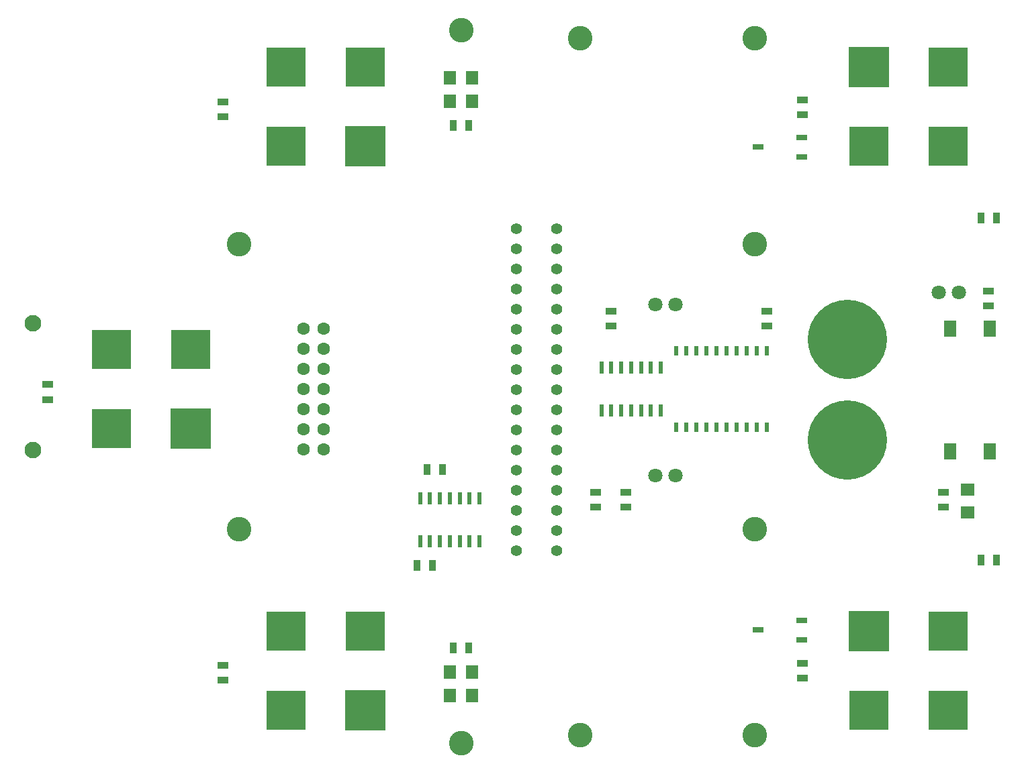
<source format=gbr>
G04 (created by PCBNEW (2013-may-18)-stable) date Вт 27 окт 2015 07:17:40*
%MOIN*%
G04 Gerber Fmt 3.4, Leading zero omitted, Abs format*
%FSLAX34Y34*%
G01*
G70*
G90*
G04 APERTURE LIST*
%ADD10C,0.00590551*%
%ADD11C,0.122047*%
%ADD12R,0.023622X0.0590551*%
%ADD13R,0.02X0.05*%
%ADD14R,0.055X0.035*%
%ADD15R,0.035X0.055*%
%ADD16C,0.0708661*%
%ADD17R,0.0629X0.0709*%
%ADD18R,0.0709X0.0629*%
%ADD19C,0.393701*%
%ADD20R,0.0590551X0.0787402*%
%ADD21R,0.0551181X0.0314961*%
%ADD22C,0.0629921*%
%ADD23C,0.0551181*%
%ADD24R,0.204724X0.204724*%
%ADD25R,0.19685X0.19685*%
%ADD26C,0.0826772*%
G04 APERTURE END LIST*
G54D10*
G54D11*
X57874Y-14566D03*
G54D12*
X50273Y-33062D03*
X50765Y-33062D03*
X51250Y-33062D03*
X51750Y-33062D03*
X52242Y-33062D03*
X52734Y-33062D03*
X53226Y-33062D03*
X53226Y-30937D03*
X52734Y-30937D03*
X52242Y-30937D03*
X51750Y-30937D03*
X51257Y-30937D03*
X50765Y-30937D03*
X50273Y-30937D03*
G54D13*
X58500Y-30100D03*
X58000Y-30100D03*
X57500Y-30100D03*
X57000Y-30100D03*
X56500Y-30100D03*
X56000Y-30100D03*
X55500Y-30100D03*
X55000Y-30100D03*
X54500Y-30100D03*
X54000Y-30100D03*
X54000Y-33900D03*
X54500Y-33900D03*
X55000Y-33900D03*
X55500Y-33900D03*
X56000Y-33900D03*
X56500Y-33900D03*
X57000Y-33900D03*
X57500Y-33900D03*
X58000Y-33900D03*
X58500Y-33900D03*
G54D14*
X51500Y-37875D03*
X51500Y-37125D03*
X31500Y-46475D03*
X31500Y-45725D03*
X22800Y-32525D03*
X22800Y-31775D03*
X31500Y-18475D03*
X31500Y-17725D03*
X58500Y-28875D03*
X58500Y-28125D03*
X50750Y-28875D03*
X50750Y-28125D03*
G54D15*
X43682Y-18897D03*
X42932Y-18897D03*
X69875Y-23500D03*
X69125Y-23500D03*
G54D14*
X50000Y-37125D03*
X50000Y-37875D03*
G54D15*
X43682Y-44881D03*
X42932Y-44881D03*
X69125Y-40500D03*
X69875Y-40500D03*
G54D14*
X67250Y-37125D03*
X67250Y-37875D03*
X69500Y-27875D03*
X69500Y-27125D03*
G54D16*
X53962Y-27787D03*
X52962Y-27787D03*
X53962Y-36287D03*
X52962Y-36287D03*
G54D17*
X43866Y-16535D03*
X42748Y-16535D03*
X43866Y-17716D03*
X42748Y-17716D03*
X43866Y-47244D03*
X42748Y-47244D03*
X43866Y-46062D03*
X42748Y-46062D03*
G54D18*
X68440Y-38123D03*
X68440Y-37005D03*
G54D12*
X41273Y-39562D03*
X41765Y-39562D03*
X42250Y-39562D03*
X42750Y-39562D03*
X43242Y-39562D03*
X43734Y-39562D03*
X44226Y-39562D03*
X44226Y-37437D03*
X43734Y-37437D03*
X43242Y-37437D03*
X42750Y-37437D03*
X42257Y-37437D03*
X41765Y-37437D03*
X41273Y-37437D03*
G54D14*
X60250Y-45625D03*
X60250Y-46375D03*
X60250Y-18375D03*
X60250Y-17625D03*
G54D15*
X41625Y-36000D03*
X42375Y-36000D03*
X41875Y-40750D03*
X41125Y-40750D03*
G54D19*
X62500Y-29519D03*
X62500Y-34519D03*
G54D20*
X67574Y-29007D03*
X69543Y-29007D03*
X67574Y-35110D03*
X69543Y-35110D03*
G54D21*
X58051Y-19980D03*
X60226Y-20472D03*
X60226Y-19488D03*
X58051Y-43980D03*
X60226Y-44472D03*
X60226Y-43488D03*
G54D16*
X67037Y-27212D03*
X68037Y-27212D03*
G54D22*
X36500Y-31000D03*
X35500Y-31000D03*
X36500Y-29000D03*
X35500Y-29000D03*
X36500Y-30000D03*
X35500Y-30000D03*
X35500Y-34000D03*
X36500Y-34000D03*
X36500Y-32000D03*
X35500Y-32000D03*
X35500Y-33000D03*
X36500Y-33000D03*
X35500Y-35000D03*
X36500Y-35000D03*
G54D23*
X46061Y-24049D03*
X46061Y-25049D03*
X46061Y-26049D03*
X46061Y-27049D03*
X46061Y-28049D03*
X46061Y-29049D03*
X46061Y-30049D03*
X46061Y-31049D03*
X46061Y-32049D03*
X46061Y-33049D03*
X46061Y-34049D03*
X46061Y-35049D03*
X46061Y-36049D03*
X46061Y-37049D03*
X46061Y-38049D03*
X46061Y-39049D03*
X46061Y-40049D03*
X48061Y-40049D03*
X48061Y-39049D03*
X48061Y-38049D03*
X48061Y-37049D03*
X48061Y-36049D03*
X48061Y-35049D03*
X48061Y-34049D03*
X48061Y-33049D03*
X48061Y-32049D03*
X48061Y-31049D03*
X48061Y-30049D03*
X48061Y-29049D03*
X48061Y-28049D03*
X48061Y-27049D03*
X48061Y-26049D03*
X48061Y-25049D03*
X48061Y-24049D03*
G54D24*
X29901Y-33964D03*
G54D25*
X29901Y-30027D03*
X25964Y-33964D03*
X25964Y-30027D03*
G54D24*
X63562Y-44043D03*
G54D25*
X63562Y-47980D03*
X67500Y-44043D03*
X67500Y-47980D03*
G54D24*
X63562Y-16011D03*
G54D25*
X63562Y-19948D03*
X67500Y-16011D03*
X67500Y-19948D03*
G54D24*
X38562Y-19948D03*
G54D25*
X38562Y-16011D03*
X34625Y-19948D03*
X34625Y-16011D03*
G54D24*
X38562Y-47980D03*
G54D25*
X38562Y-44043D03*
X34625Y-47980D03*
X34625Y-44043D03*
G54D11*
X32283Y-38976D03*
X57874Y-38976D03*
X57874Y-24803D03*
X43307Y-49606D03*
X43307Y-14173D03*
X49212Y-49212D03*
X57874Y-49212D03*
X49212Y-14566D03*
X32283Y-24803D03*
G54D26*
X22047Y-28740D03*
X22047Y-35039D03*
M02*

</source>
